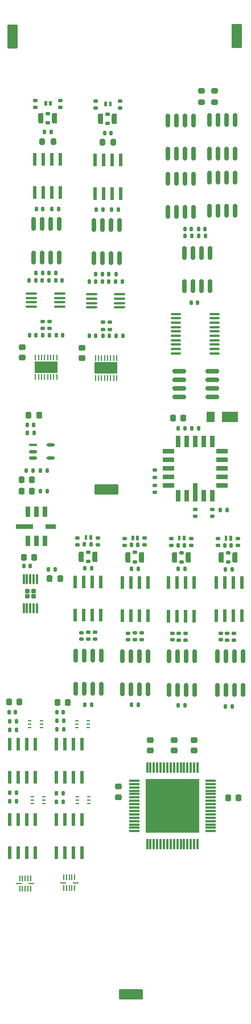
<source format=gbr>
%TF.GenerationSoftware,KiCad,Pcbnew,9.0.4-9.0.4-0~ubuntu22.04.1*%
%TF.CreationDate,2026-01-05T08:42:24-05:00*%
%TF.ProjectId,psc_daughter_brd,7073635f-6461-4756-9768-7465725f6272,rev?*%
%TF.SameCoordinates,Original*%
%TF.FileFunction,Paste,Top*%
%TF.FilePolarity,Positive*%
%FSLAX46Y46*%
G04 Gerber Fmt 4.6, Leading zero omitted, Abs format (unit mm)*
G04 Created by KiCad (PCBNEW 9.0.4-9.0.4-0~ubuntu22.04.1) date 2026-01-05 08:42:24*
%MOMM*%
%LPD*%
G01*
G04 APERTURE LIST*
G04 Aperture macros list*
%AMRoundRect*
0 Rectangle with rounded corners*
0 $1 Rounding radius*
0 $2 $3 $4 $5 $6 $7 $8 $9 X,Y pos of 4 corners*
0 Add a 4 corners polygon primitive as box body*
4,1,4,$2,$3,$4,$5,$6,$7,$8,$9,$2,$3,0*
0 Add four circle primitives for the rounded corners*
1,1,$1+$1,$2,$3*
1,1,$1+$1,$4,$5*
1,1,$1+$1,$6,$7*
1,1,$1+$1,$8,$9*
0 Add four rect primitives between the rounded corners*
20,1,$1+$1,$2,$3,$4,$5,0*
20,1,$1+$1,$4,$5,$6,$7,0*
20,1,$1+$1,$6,$7,$8,$9,0*
20,1,$1+$1,$8,$9,$2,$3,0*%
G04 Aperture macros list end*
%ADD10C,0.000000*%
%ADD11C,0.010000*%
%ADD12R,0.229200X0.804800*%
%ADD13R,3.400001X1.800000*%
%ADD14R,0.685800X2.717800*%
%ADD15R,0.685800X1.701800*%
%ADD16R,1.701800X0.685800*%
%ADD17RoundRect,0.222222X-1.552778X-0.577778X1.552778X-0.577778X1.552778X0.577778X-1.552778X0.577778X0*%
%ADD18RoundRect,0.222222X0.577778X-1.552778X0.577778X1.552778X-0.577778X1.552778X-0.577778X-1.552778X0*%
%ADD19RoundRect,0.225000X-0.225000X-0.250000X0.225000X-0.250000X0.225000X0.250000X-0.225000X0.250000X0*%
%ADD20RoundRect,0.035000X-0.750000X-0.105000X0.750000X-0.105000X0.750000X0.105000X-0.750000X0.105000X0*%
%ADD21RoundRect,0.035000X-0.105000X-0.750000X0.105000X-0.750000X0.105000X0.750000X-0.105000X0.750000X0*%
%ADD22R,8.000000X8.000000*%
%ADD23RoundRect,0.135000X0.135000X0.185000X-0.135000X0.185000X-0.135000X-0.185000X0.135000X-0.185000X0*%
%ADD24R,0.558800X1.981200*%
%ADD25RoundRect,0.140000X-0.140000X-0.170000X0.140000X-0.170000X0.140000X0.170000X-0.140000X0.170000X0*%
%ADD26R,0.600000X1.970000*%
%ADD27RoundRect,0.135000X0.185000X-0.135000X0.185000X0.135000X-0.185000X0.135000X-0.185000X-0.135000X0*%
%ADD28RoundRect,0.190500X-0.190500X-0.571500X0.190500X-0.571500X0.190500X0.571500X-0.190500X0.571500X0*%
%ADD29RoundRect,0.127000X-0.228600X-0.127000X0.228600X-0.127000X0.228600X0.127000X-0.228600X0.127000X0*%
%ADD30RoundRect,0.140000X0.170000X-0.140000X0.170000X0.140000X-0.170000X0.140000X-0.170000X-0.140000X0*%
%ADD31RoundRect,0.135000X-0.185000X0.135000X-0.185000X-0.135000X0.185000X-0.135000X0.185000X0.135000X0*%
%ADD32RoundRect,0.150000X-0.150000X0.825000X-0.150000X-0.825000X0.150000X-0.825000X0.150000X0.825000X0*%
%ADD33RoundRect,0.135000X-0.135000X-0.185000X0.135000X-0.185000X0.135000X0.185000X-0.135000X0.185000X0*%
%ADD34RoundRect,0.140000X0.140000X0.170000X-0.140000X0.170000X-0.140000X-0.170000X0.140000X-0.170000X0*%
%ADD35RoundRect,0.190500X0.190500X0.571500X-0.190500X0.571500X-0.190500X-0.571500X0.190500X-0.571500X0*%
%ADD36RoundRect,0.127000X0.228600X0.127000X-0.228600X0.127000X-0.228600X-0.127000X0.228600X-0.127000X0*%
%ADD37RoundRect,0.100000X-0.712500X-0.100000X0.712500X-0.100000X0.712500X0.100000X-0.712500X0.100000X0*%
%ADD38RoundRect,0.200000X0.200000X0.275000X-0.200000X0.275000X-0.200000X-0.275000X0.200000X-0.275000X0*%
%ADD39R,2.387600X1.498600*%
%ADD40R,1.244600X1.498600*%
%ADD41RoundRect,0.225000X0.250000X-0.225000X0.250000X0.225000X-0.250000X0.225000X-0.250000X-0.225000X0*%
%ADD42R,0.203200X0.863600*%
%ADD43R,0.863600X0.203200*%
%ADD44RoundRect,0.150000X-0.825000X-0.150000X0.825000X-0.150000X0.825000X0.150000X-0.825000X0.150000X0*%
%ADD45RoundRect,0.100000X-0.637500X-0.100000X0.637500X-0.100000X0.637500X0.100000X-0.637500X0.100000X0*%
%ADD46RoundRect,0.200000X0.275000X-0.200000X0.275000X0.200000X-0.275000X0.200000X-0.275000X-0.200000X0*%
%ADD47R,0.609600X0.228600*%
%ADD48RoundRect,0.150000X0.150000X-0.825000X0.150000X0.825000X-0.150000X0.825000X-0.150000X-0.825000X0*%
%ADD49R,1.219200X0.457200*%
%ADD50O,1.219200X0.457200*%
%ADD51RoundRect,0.225000X0.225000X0.250000X-0.225000X0.250000X-0.225000X-0.250000X0.225000X-0.250000X0*%
%ADD52RoundRect,0.170000X0.210000X-0.170000X0.210000X0.170000X-0.210000X0.170000X-0.210000X-0.170000X0*%
%ADD53RoundRect,0.075000X0.075000X-0.650000X0.075000X0.650000X-0.075000X0.650000X-0.075000X-0.650000X0*%
%ADD54R,0.700000X1.500000*%
%ADD55R,1.500000X0.700000*%
%ADD56R,2.500000X0.700000*%
G04 APERTURE END LIST*
D10*
%TO.C,U37*%
G36*
X150221501Y-94900700D02*
G01*
X148721500Y-94900700D01*
X148721500Y-93300700D01*
X150221501Y-93300700D01*
X150221501Y-94900700D01*
G37*
G36*
X148521500Y-94900700D02*
G01*
X147021499Y-94900700D01*
X147021499Y-93300700D01*
X148521500Y-93300700D01*
X148521500Y-94900700D01*
G37*
%TO.C,U31*%
G36*
X159137501Y-95014900D02*
G01*
X157637500Y-95014900D01*
X157637500Y-93414900D01*
X159137501Y-93414900D01*
X159137501Y-95014900D01*
G37*
G36*
X157437500Y-95014900D02*
G01*
X155937499Y-95014900D01*
X155937499Y-93414900D01*
X157437500Y-93414900D01*
X157437500Y-95014900D01*
G37*
D11*
%TO.C,D6*%
X162320000Y-119658150D02*
X162020000Y-119658150D01*
X162020000Y-119058150D01*
X162320000Y-119058150D01*
X162320000Y-119658150D01*
G36*
X162320000Y-119658150D02*
G01*
X162020000Y-119658150D01*
X162020000Y-119058150D01*
X162320000Y-119058150D01*
X162320000Y-119658150D01*
G37*
X161620000Y-119658150D02*
X161320000Y-119658150D01*
X161320000Y-119058150D01*
X161620000Y-119058150D01*
X161620000Y-119658150D01*
G36*
X161620000Y-119658150D02*
G01*
X161320000Y-119658150D01*
X161320000Y-119058150D01*
X161620000Y-119058150D01*
X161620000Y-119658150D01*
G37*
%TO.C,D2*%
X169255000Y-119700000D02*
X168955000Y-119700000D01*
X168955000Y-119100000D01*
X169255000Y-119100000D01*
X169255000Y-119700000D01*
G36*
X169255000Y-119700000D02*
G01*
X168955000Y-119700000D01*
X168955000Y-119100000D01*
X169255000Y-119100000D01*
X169255000Y-119700000D01*
G37*
X168555000Y-119700000D02*
X168255000Y-119700000D01*
X168255000Y-119100000D01*
X168555000Y-119100000D01*
X168555000Y-119700000D01*
G36*
X168555000Y-119700000D02*
G01*
X168255000Y-119700000D01*
X168255000Y-119100000D01*
X168555000Y-119100000D01*
X168555000Y-119700000D01*
G37*
%TO.C,D4*%
X148671500Y-55248300D02*
X148371500Y-55248300D01*
X148371500Y-54648300D01*
X148671500Y-54648300D01*
X148671500Y-55248300D01*
G36*
X148671500Y-55248300D02*
G01*
X148371500Y-55248300D01*
X148371500Y-54648300D01*
X148671500Y-54648300D01*
X148671500Y-55248300D01*
G37*
X149371500Y-55248300D02*
X149071500Y-55248300D01*
X149071500Y-54648300D01*
X149371500Y-54648300D01*
X149371500Y-55248300D01*
G36*
X149371500Y-55248300D02*
G01*
X149071500Y-55248300D01*
X149071500Y-54648300D01*
X149371500Y-54648300D01*
X149371500Y-55248300D01*
G37*
%TO.C,D5*%
X157587500Y-55362500D02*
X157287500Y-55362500D01*
X157287500Y-54762500D01*
X157587500Y-54762500D01*
X157587500Y-55362500D01*
G36*
X157587500Y-55362500D02*
G01*
X157287500Y-55362500D01*
X157287500Y-54762500D01*
X157587500Y-54762500D01*
X157587500Y-55362500D01*
G37*
X158287500Y-55362500D02*
X157987500Y-55362500D01*
X157987500Y-54762500D01*
X158287500Y-54762500D01*
X158287500Y-55362500D01*
G36*
X158287500Y-55362500D02*
G01*
X157987500Y-55362500D01*
X157987500Y-54762500D01*
X158287500Y-54762500D01*
X158287500Y-55362500D01*
G37*
%TO.C,D7*%
X155355000Y-119583150D02*
X155055000Y-119583150D01*
X155055000Y-118983150D01*
X155355000Y-118983150D01*
X155355000Y-119583150D01*
G36*
X155355000Y-119583150D02*
G01*
X155055000Y-119583150D01*
X155055000Y-118983150D01*
X155355000Y-118983150D01*
X155355000Y-119583150D01*
G37*
X154655000Y-119583150D02*
X154355000Y-119583150D01*
X154355000Y-118983150D01*
X154655000Y-118983150D01*
X154655000Y-119583150D01*
G36*
X154655000Y-119583150D02*
G01*
X154355000Y-119583150D01*
X154355000Y-118983150D01*
X154655000Y-118983150D01*
X154655000Y-119583150D01*
G37*
%TO.C,D3*%
X176185000Y-119715000D02*
X175885000Y-119715000D01*
X175885000Y-119115000D01*
X176185000Y-119115000D01*
X176185000Y-119715000D01*
G36*
X176185000Y-119715000D02*
G01*
X175885000Y-119715000D01*
X175885000Y-119115000D01*
X176185000Y-119115000D01*
X176185000Y-119715000D01*
G37*
X175485000Y-119715000D02*
X175185000Y-119715000D01*
X175185000Y-119115000D01*
X175485000Y-119115000D01*
X175485000Y-119715000D01*
G36*
X175485000Y-119715000D02*
G01*
X175185000Y-119715000D01*
X175185000Y-119115000D01*
X175485000Y-119115000D01*
X175485000Y-119715000D01*
G37*
%TD*%
D12*
%TO.C,U37*%
X150196501Y-92648300D03*
X149746502Y-92648300D03*
X149296500Y-92648300D03*
X148846501Y-92648300D03*
X148396499Y-92648300D03*
X147946500Y-92648300D03*
X147496501Y-92648300D03*
X147046499Y-92648300D03*
X147046499Y-95553100D03*
X147496498Y-95553100D03*
X147946500Y-95553100D03*
X148396499Y-95553100D03*
X148846501Y-95553100D03*
X149296500Y-95553100D03*
X149746499Y-95553100D03*
X150196501Y-95553100D03*
D13*
X148621500Y-94100700D03*
%TD*%
D12*
%TO.C,U31*%
X159112501Y-92762500D03*
X158662502Y-92762500D03*
X158212500Y-92762500D03*
X157762501Y-92762500D03*
X157312499Y-92762500D03*
X156862500Y-92762500D03*
X156412501Y-92762500D03*
X155962499Y-92762500D03*
X155962499Y-95667300D03*
X156412498Y-95667300D03*
X156862500Y-95667300D03*
X157312499Y-95667300D03*
X157762501Y-95667300D03*
X158212500Y-95667300D03*
X158662499Y-95667300D03*
X159112501Y-95667300D03*
D13*
X157537500Y-94214900D03*
%TD*%
D14*
%TO.C,U12*%
X170781000Y-112617500D03*
D15*
X172051000Y-113125500D03*
X173321000Y-113125500D03*
D16*
X174781500Y-111665000D03*
X174781500Y-110395000D03*
X174781500Y-109125000D03*
X174781500Y-107855000D03*
X174781500Y-106585000D03*
D15*
X173321000Y-105124500D03*
X172051000Y-105124500D03*
X170781000Y-105124500D03*
X169511000Y-105124500D03*
X168241000Y-105124500D03*
D16*
X166780500Y-106585000D03*
X166780500Y-107855000D03*
X166780500Y-109125000D03*
X166780500Y-110395000D03*
X166780500Y-111665000D03*
D15*
X168241000Y-113125500D03*
X169511000Y-113125500D03*
%TD*%
D17*
%TO.C,TP5*%
X157600000Y-112200000D03*
%TD*%
%TO.C,TP4*%
X161200000Y-187050000D03*
%TD*%
D18*
%TO.C,TP3*%
X177000000Y-45000000D03*
%TD*%
%TO.C,TP2*%
X143600000Y-45100000D03*
%TD*%
D19*
%TO.C,C100*%
X149150000Y-125400000D03*
X150700000Y-125400000D03*
%TD*%
D20*
%TO.C,U13*%
X161730000Y-155380000D03*
X161730000Y-155880000D03*
X161730000Y-156380000D03*
X161730000Y-156880000D03*
X161730000Y-157380000D03*
X161730000Y-157880000D03*
X161730000Y-158380000D03*
X161730000Y-158880000D03*
X161730000Y-159380000D03*
X161730000Y-159880000D03*
X161730000Y-160380000D03*
X161730000Y-160880000D03*
X161730000Y-161380000D03*
X161730000Y-161880000D03*
X161730000Y-162380000D03*
X161730000Y-162880000D03*
D21*
X163650000Y-164800000D03*
X164150000Y-164800000D03*
X164650000Y-164800000D03*
X165150000Y-164800000D03*
X165650000Y-164800000D03*
X166150000Y-164800000D03*
X166650000Y-164800000D03*
X167150000Y-164800000D03*
X167650000Y-164800000D03*
X168150000Y-164800000D03*
X168650000Y-164800000D03*
X169150000Y-164800000D03*
X169650000Y-164800000D03*
X170150000Y-164800000D03*
X170650000Y-164800000D03*
X171150000Y-164800000D03*
D20*
X173070000Y-162880000D03*
X173070000Y-162380000D03*
X173070000Y-161880000D03*
X173070000Y-161380000D03*
X173070000Y-160880000D03*
X173070000Y-160380000D03*
X173070000Y-159880000D03*
X173070000Y-159380000D03*
X173070000Y-158880000D03*
X173070000Y-158380000D03*
X173070000Y-157880000D03*
X173070000Y-157380000D03*
X173070000Y-156880000D03*
X173070000Y-156380000D03*
X173070000Y-155880000D03*
X173070000Y-155380000D03*
D21*
X171150000Y-153460000D03*
X170650000Y-153460000D03*
X170150000Y-153460000D03*
X169650000Y-153460000D03*
X169150000Y-153460000D03*
X168650000Y-153460000D03*
X168150000Y-153460000D03*
X167650000Y-153460000D03*
X167150000Y-153460000D03*
X166650000Y-153460000D03*
X166150000Y-153460000D03*
X165650000Y-153460000D03*
X165150000Y-153460000D03*
X164650000Y-153460000D03*
X164150000Y-153460000D03*
X163650000Y-153460000D03*
D22*
X167400000Y-159130000D03*
%TD*%
D23*
%TO.C,R67*%
X144239100Y-147834100D03*
X143219100Y-147834100D03*
%TD*%
D24*
%TO.C,U40*%
X143240000Y-154913800D03*
X144510000Y-154913800D03*
X145780000Y-154913800D03*
X147050000Y-154913800D03*
X147050000Y-149986200D03*
X145780000Y-149986200D03*
X144510000Y-149986200D03*
X143240000Y-149986200D03*
%TD*%
D19*
%TO.C,C188*%
X143100000Y-143750000D03*
X144650000Y-143750000D03*
%TD*%
D25*
%TO.C,C186*%
X143120000Y-145250000D03*
X144080000Y-145250000D03*
%TD*%
D26*
%TO.C,U16*%
X163735000Y-126008150D03*
X162465000Y-126008150D03*
X161195000Y-126008150D03*
X159925000Y-126008150D03*
X159925000Y-130958150D03*
X161195000Y-130958150D03*
X162465000Y-130958150D03*
X163735000Y-130958150D03*
%TD*%
D27*
%TO.C,R23*%
X163275000Y-120468150D03*
X163275000Y-119448150D03*
%TD*%
D23*
%TO.C,R27*%
X162330000Y-144173150D03*
X161310000Y-144173150D03*
%TD*%
D28*
%TO.C,C105*%
X160795000Y-122258150D03*
X162827000Y-122258150D03*
D29*
X161811000Y-122943950D03*
X161811000Y-121572350D03*
%TD*%
D30*
%TO.C,C85*%
X160830000Y-134473150D03*
X160830000Y-133513150D03*
%TD*%
D27*
%TO.C,R22*%
X160275000Y-120478150D03*
X160275000Y-119458150D03*
%TD*%
D25*
%TO.C,C78*%
X161295000Y-120458150D03*
X162255000Y-120458150D03*
%TD*%
D27*
%TO.C,R25*%
X162830000Y-134493150D03*
X162830000Y-133473150D03*
%TD*%
D31*
%TO.C,R26*%
X161830000Y-133473150D03*
X161830000Y-134493150D03*
%TD*%
D23*
%TO.C,R24*%
X162340000Y-123983150D03*
X161320000Y-123983150D03*
%TD*%
D32*
%TO.C,U17*%
X163770000Y-136923150D03*
X162500000Y-136923150D03*
X161230000Y-136923150D03*
X159960000Y-136923150D03*
X159960000Y-141873150D03*
X161230000Y-141873150D03*
X162500000Y-141873150D03*
X163770000Y-141873150D03*
%TD*%
D26*
%TO.C,U1*%
X170670000Y-126050000D03*
X169400000Y-126050000D03*
X168130000Y-126050000D03*
X166860000Y-126050000D03*
X166860000Y-131000000D03*
X168130000Y-131000000D03*
X169400000Y-131000000D03*
X170670000Y-131000000D03*
%TD*%
D27*
%TO.C,R2*%
X170210000Y-120510000D03*
X170210000Y-119490000D03*
%TD*%
D23*
%TO.C,R6*%
X169265000Y-144215000D03*
X168245000Y-144215000D03*
%TD*%
D28*
%TO.C,C101*%
X167730000Y-122300000D03*
X169762000Y-122300000D03*
D29*
X168746000Y-122985800D03*
X168746000Y-121614200D03*
%TD*%
D30*
%TO.C,C8*%
X167385000Y-134515000D03*
X167385000Y-133555000D03*
%TD*%
D27*
%TO.C,R1*%
X167210000Y-120520000D03*
X167210000Y-119500000D03*
%TD*%
D25*
%TO.C,C1*%
X168230000Y-120500000D03*
X169190000Y-120500000D03*
%TD*%
D27*
%TO.C,R4*%
X169385000Y-134535000D03*
X169385000Y-133515000D03*
%TD*%
D31*
%TO.C,R5*%
X168385000Y-133515000D03*
X168385000Y-134535000D03*
%TD*%
D23*
%TO.C,R3*%
X169275000Y-124025000D03*
X168255000Y-124025000D03*
%TD*%
D32*
%TO.C,U2*%
X170705000Y-136965000D03*
X169435000Y-136965000D03*
X168165000Y-136965000D03*
X166895000Y-136965000D03*
X166895000Y-141915000D03*
X168165000Y-141915000D03*
X169435000Y-141915000D03*
X170705000Y-141915000D03*
%TD*%
D33*
%TO.C,R46*%
X158342500Y-70762500D03*
X159362500Y-70762500D03*
%TD*%
D23*
%TO.C,R62*%
X150076500Y-80148300D03*
X149056500Y-80148300D03*
%TD*%
D34*
%TO.C,C176*%
X149106500Y-89348300D03*
X148146500Y-89348300D03*
%TD*%
D23*
%TO.C,R51*%
X157002500Y-80262500D03*
X155982500Y-80262500D03*
%TD*%
D27*
%TO.C,R65*%
X148146500Y-88358300D03*
X148146500Y-87338300D03*
%TD*%
D23*
%TO.C,R63*%
X148086500Y-80148300D03*
X147066500Y-80148300D03*
%TD*%
D27*
%TO.C,R64*%
X149146500Y-88358300D03*
X149146500Y-87338300D03*
%TD*%
D34*
%TO.C,C151*%
X149346500Y-59248300D03*
X148386500Y-59248300D03*
%TD*%
D27*
%TO.C,R43*%
X155962500Y-55662500D03*
X155962500Y-54642500D03*
%TD*%
D34*
%TO.C,C134*%
X155982500Y-81362500D03*
X155022500Y-81362500D03*
%TD*%
D27*
%TO.C,R54*%
X150746500Y-55548300D03*
X150746500Y-54528300D03*
%TD*%
D35*
%TO.C,C38*%
X158778500Y-57276700D03*
X156746500Y-57276700D03*
D36*
X157762500Y-56590900D03*
X157762500Y-57962500D03*
%TD*%
D35*
%TO.C,C35*%
X149862500Y-57162500D03*
X147830500Y-57162500D03*
D36*
X148846500Y-56476700D03*
X148846500Y-57848300D03*
%TD*%
D37*
%TO.C,U30*%
X155350000Y-83287500D03*
X155350000Y-83937500D03*
X155350000Y-84587500D03*
X155350000Y-85237500D03*
X159575000Y-85237500D03*
X159575000Y-84587500D03*
X159575000Y-83937500D03*
X159575000Y-83287500D03*
%TD*%
D34*
%TO.C,C140*%
X160022500Y-89462500D03*
X159062500Y-89462500D03*
%TD*%
D27*
%TO.C,R52*%
X158062500Y-88472500D03*
X158062500Y-87452500D03*
%TD*%
%TO.C,R53*%
X157062500Y-88472500D03*
X157062500Y-87452500D03*
%TD*%
D26*
%TO.C,U33*%
X150756494Y-63268300D03*
X149486494Y-63268300D03*
X148216494Y-63268300D03*
X146946494Y-63268300D03*
X146946494Y-68218300D03*
X148216494Y-68218300D03*
X149486494Y-68218300D03*
X150756494Y-68218300D03*
%TD*%
D34*
%TO.C,C167*%
X151026500Y-81248300D03*
X150066500Y-81248300D03*
%TD*%
%TO.C,C133*%
X157942500Y-81362500D03*
X156982500Y-81362500D03*
%TD*%
%TO.C,C169*%
X147066500Y-81248300D03*
X146106500Y-81248300D03*
%TD*%
D37*
%TO.C,U36*%
X146434000Y-83173300D03*
X146434000Y-83823300D03*
X146434000Y-84473300D03*
X146434000Y-85123300D03*
X150659000Y-85123300D03*
X150659000Y-84473300D03*
X150659000Y-83823300D03*
X150659000Y-83173300D03*
%TD*%
D32*
%TO.C,U34*%
X150606497Y-72863500D03*
X149336497Y-72863500D03*
X148066497Y-72863500D03*
X146796497Y-72863500D03*
X146796497Y-77813500D03*
X148066497Y-77813500D03*
X149336497Y-77813500D03*
X150606497Y-77813500D03*
%TD*%
D27*
%TO.C,R55*%
X147046500Y-55548300D03*
X147046500Y-54528300D03*
%TD*%
D34*
%TO.C,C132*%
X159942500Y-81362500D03*
X158982500Y-81362500D03*
%TD*%
D26*
%TO.C,U27*%
X159672494Y-63382500D03*
X158402494Y-63382500D03*
X157132494Y-63382500D03*
X155862494Y-63382500D03*
X155862494Y-68332500D03*
X157132494Y-68332500D03*
X158402494Y-68332500D03*
X159672494Y-68332500D03*
%TD*%
D34*
%TO.C,C141*%
X158022500Y-89462500D03*
X157062500Y-89462500D03*
%TD*%
D38*
%TO.C,R36*%
X158612500Y-60762500D03*
X156962500Y-60762500D03*
%TD*%
%TO.C,R56*%
X149696500Y-60648300D03*
X148046500Y-60648300D03*
%TD*%
D32*
%TO.C,U28*%
X159522497Y-72977700D03*
X158252497Y-72977700D03*
X156982497Y-72977700D03*
X155712497Y-72977700D03*
X155712497Y-77927700D03*
X156982497Y-77927700D03*
X158252497Y-77927700D03*
X159522497Y-77927700D03*
%TD*%
D23*
%TO.C,R50*%
X158992500Y-80262500D03*
X157972500Y-80262500D03*
%TD*%
D34*
%TO.C,C175*%
X151106500Y-89348300D03*
X150146500Y-89348300D03*
%TD*%
D27*
%TO.C,R42*%
X159662500Y-55662500D03*
X159662500Y-54642500D03*
%TD*%
D34*
%TO.C,C177*%
X147106500Y-89348300D03*
X146146500Y-89348300D03*
%TD*%
D33*
%TO.C,R58*%
X149426500Y-70648300D03*
X150446500Y-70648300D03*
%TD*%
D34*
%TO.C,C159*%
X148146500Y-70648300D03*
X147186500Y-70648300D03*
%TD*%
%TO.C,C116*%
X158262500Y-59362500D03*
X157302500Y-59362500D03*
%TD*%
%TO.C,C124*%
X157062500Y-70762500D03*
X156102500Y-70762500D03*
%TD*%
%TO.C,C168*%
X149026500Y-81248300D03*
X148066500Y-81248300D03*
%TD*%
%TO.C,C142*%
X156022500Y-89462500D03*
X155062500Y-89462500D03*
%TD*%
D28*
%TO.C,C107*%
X153830000Y-122183150D03*
X155862000Y-122183150D03*
D29*
X154846000Y-122868950D03*
X154846000Y-121497350D03*
%TD*%
D28*
%TO.C,C103*%
X174685000Y-122300800D03*
X176717000Y-122300800D03*
D29*
X175701000Y-122986600D03*
X175701000Y-121615000D03*
%TD*%
D39*
%TO.C,D1*%
X175930900Y-101500000D03*
D40*
X173069100Y-101500000D03*
%TD*%
D24*
%TO.C,U39*%
X143240000Y-166063800D03*
X144510000Y-166063800D03*
X145780000Y-166063800D03*
X147050000Y-166063800D03*
X147050000Y-161136200D03*
X145780000Y-161136200D03*
X144510000Y-161136200D03*
X143240000Y-161136200D03*
%TD*%
D23*
%TO.C,R60*%
X146660000Y-109400000D03*
X145640000Y-109400000D03*
%TD*%
D26*
%TO.C,U14*%
X177745000Y-126015000D03*
X176475000Y-126015000D03*
X175205000Y-126015000D03*
X173935000Y-126015000D03*
X173935000Y-130965000D03*
X175205000Y-130965000D03*
X176475000Y-130965000D03*
X177745000Y-130965000D03*
%TD*%
D32*
%TO.C,U19*%
X156805000Y-136848150D03*
X155535000Y-136848150D03*
X154265000Y-136848150D03*
X152995000Y-136848150D03*
X152995000Y-141798150D03*
X154265000Y-141798150D03*
X155535000Y-141798150D03*
X156805000Y-141798150D03*
%TD*%
D41*
%TO.C,C60*%
X170650000Y-150930000D03*
X170650000Y-149380000D03*
%TD*%
D23*
%TO.C,R72*%
X151150000Y-157250000D03*
X150130000Y-157250000D03*
%TD*%
%TO.C,R21*%
X176345000Y-144365000D03*
X175325000Y-144365000D03*
%TD*%
D41*
%TO.C,C62*%
X159340000Y-157835000D03*
X159340000Y-156285000D03*
%TD*%
D23*
%TO.C,R33*%
X155365000Y-144098150D03*
X154345000Y-144098150D03*
%TD*%
%TO.C,R71*%
X151209100Y-147750001D03*
X150189100Y-147750001D03*
%TD*%
D33*
%TO.C,R59*%
X147800000Y-109450000D03*
X148820000Y-109450000D03*
%TD*%
D25*
%TO.C,C50*%
X170321000Y-103125000D03*
X171281000Y-103125000D03*
%TD*%
D31*
%TO.C,R12*%
X164781000Y-109380000D03*
X164781000Y-110400000D03*
%TD*%
D42*
%TO.C,U41*%
X152863801Y-169741200D03*
X152463799Y-169741200D03*
X152063800Y-169741200D03*
X151663801Y-169741200D03*
X151263799Y-169741200D03*
D43*
X151136700Y-170515900D03*
D42*
X151263799Y-171290600D03*
X151663801Y-171290600D03*
X152063800Y-171290600D03*
X152463799Y-171290600D03*
X152863801Y-171290600D03*
D43*
X152990900Y-170515900D03*
%TD*%
D44*
%TO.C,U3*%
X168401000Y-94720000D03*
X168401000Y-95990000D03*
X168401000Y-97260000D03*
X168401000Y-98530000D03*
X173351000Y-98530000D03*
X173351000Y-97260000D03*
X173351000Y-95990000D03*
X173351000Y-94720000D03*
%TD*%
D25*
%TO.C,C88*%
X154330000Y-120383150D03*
X155290000Y-120383150D03*
%TD*%
D31*
%TO.C,R32*%
X154865000Y-133398150D03*
X154865000Y-134418150D03*
%TD*%
D45*
%TO.C,U5*%
X167918500Y-86200000D03*
X167918500Y-86850000D03*
X167918500Y-87500000D03*
X167918500Y-88150000D03*
X167918500Y-88800000D03*
X167918500Y-89450000D03*
X167918500Y-90100000D03*
X167918500Y-90750000D03*
X167918500Y-91400000D03*
X167918500Y-92050000D03*
X173643500Y-92050000D03*
X173643500Y-91400000D03*
X173643500Y-90750000D03*
X173643500Y-90100000D03*
X173643500Y-89450000D03*
X173643500Y-88800000D03*
X173643500Y-88150000D03*
X173643500Y-87500000D03*
X173643500Y-86850000D03*
X173643500Y-86200000D03*
%TD*%
D46*
%TO.C,R10*%
X173700997Y-54790000D03*
X173700997Y-53140000D03*
%TD*%
D27*
%TO.C,R11*%
X170800000Y-116200000D03*
X170800000Y-115180000D03*
%TD*%
D23*
%TO.C,R66*%
X144220000Y-158450000D03*
X143200000Y-158450000D03*
%TD*%
D47*
%TO.C,CR6*%
X146198200Y-146550000D03*
X146198200Y-147049999D03*
X146198200Y-147549998D03*
X147900000Y-147549998D03*
X147900000Y-147049999D03*
X147900000Y-146550000D03*
%TD*%
D23*
%TO.C,R30*%
X155375000Y-123908150D03*
X154355000Y-123908150D03*
%TD*%
D42*
%TO.C,U38*%
X144700000Y-171400000D03*
X145100002Y-171400000D03*
X145500001Y-171400000D03*
X145900000Y-171400000D03*
X146300002Y-171400000D03*
D43*
X146427101Y-170625300D03*
D42*
X146300002Y-169850600D03*
X145900000Y-169850600D03*
X145500001Y-169850600D03*
X145100002Y-169850600D03*
X144700000Y-169850600D03*
D43*
X144572901Y-170625300D03*
%TD*%
D27*
%TO.C,R29*%
X156310000Y-120393150D03*
X156310000Y-119373150D03*
%TD*%
D30*
%TO.C,C75*%
X174585000Y-134525000D03*
X174585000Y-133565000D03*
%TD*%
D33*
%TO.C,R61*%
X145790000Y-103850000D03*
X146810000Y-103850000D03*
%TD*%
D48*
%TO.C,U10*%
X172890997Y-62415000D03*
X174160997Y-62415000D03*
X175430997Y-62415000D03*
X176700997Y-62415000D03*
X176700997Y-57465000D03*
X175430997Y-57465000D03*
X174160997Y-57465000D03*
X172890997Y-57465000D03*
%TD*%
D27*
%TO.C,R19*%
X176585000Y-134555000D03*
X176585000Y-133535000D03*
%TD*%
D23*
%TO.C,R68*%
X144230000Y-157200000D03*
X143210000Y-157200000D03*
%TD*%
D49*
%TO.C,U35*%
X146660000Y-105649998D03*
D50*
X146660000Y-106599999D03*
X146660000Y-107550000D03*
X149280000Y-107550000D03*
X149280000Y-105649998D03*
%TD*%
D48*
%TO.C,U11*%
X166770997Y-62465000D03*
X168040997Y-62465000D03*
X169310997Y-62465000D03*
X170580997Y-62465000D03*
X170580997Y-57515000D03*
X169310997Y-57515000D03*
X168040997Y-57515000D03*
X166770997Y-57515000D03*
%TD*%
D27*
%TO.C,R31*%
X155865000Y-134418150D03*
X155865000Y-133398150D03*
%TD*%
D47*
%TO.C,CR7*%
X153279100Y-157765900D03*
X153279100Y-158265899D03*
X153279100Y-158765898D03*
X154980900Y-158765898D03*
X154980900Y-158265899D03*
X154980900Y-157765900D03*
%TD*%
D41*
%TO.C,C61*%
X164150000Y-150905000D03*
X164150000Y-149355000D03*
%TD*%
D25*
%TO.C,C170*%
X145790000Y-102650003D03*
X146750000Y-102650003D03*
%TD*%
D34*
%TO.C,C51*%
X169261000Y-103125000D03*
X168301000Y-103125000D03*
%TD*%
D48*
%TO.C,U6*%
X169158497Y-82100000D03*
X170428497Y-82100000D03*
X171698497Y-82100000D03*
X172968497Y-82100000D03*
X172968497Y-77150000D03*
X171698497Y-77150000D03*
X170428497Y-77150000D03*
X169158497Y-77150000D03*
%TD*%
D27*
%TO.C,R13*%
X173375000Y-116235000D03*
X173375000Y-115215000D03*
%TD*%
D51*
%TO.C,C153*%
X146510000Y-112450000D03*
X144960000Y-112450000D03*
%TD*%
D48*
%TO.C,U7*%
X172941500Y-70940000D03*
X174211500Y-70940000D03*
X175481500Y-70940000D03*
X176751500Y-70940000D03*
X176751500Y-65990000D03*
X175481500Y-65990000D03*
X174211500Y-65990000D03*
X172941500Y-65990000D03*
%TD*%
D52*
%TO.C,U20*%
X145810000Y-128090000D03*
X146750000Y-128090000D03*
X145810000Y-127250000D03*
X146750000Y-127250000D03*
D53*
X145280000Y-129820000D03*
X145780000Y-129820000D03*
X146280000Y-129820000D03*
X146780000Y-129820000D03*
X147280000Y-129820000D03*
X147280000Y-125520000D03*
X146780000Y-125520000D03*
X146280000Y-125520000D03*
X145780000Y-125520000D03*
X145280000Y-125520000D03*
%TD*%
D24*
%TO.C,U43*%
X150160000Y-154913800D03*
X151430000Y-154913800D03*
X152700000Y-154913800D03*
X153970000Y-154913800D03*
X153970000Y-149986200D03*
X152700000Y-149986200D03*
X151430000Y-149986200D03*
X150160000Y-149986200D03*
%TD*%
D31*
%TO.C,R20*%
X175585000Y-133545000D03*
X175585000Y-134565000D03*
%TD*%
D47*
%TO.C,CR5*%
X146550000Y-157750002D03*
X146550000Y-158250001D03*
X146550000Y-158750000D03*
X148251800Y-158750000D03*
X148251800Y-158250001D03*
X148251800Y-157750002D03*
%TD*%
D23*
%TO.C,R70*%
X151150000Y-158500000D03*
X150130000Y-158500000D03*
%TD*%
D27*
%TO.C,R28*%
X153310000Y-120403150D03*
X153310000Y-119383150D03*
%TD*%
D25*
%TO.C,C27*%
X169291000Y-73625000D03*
X170251000Y-73625000D03*
%TD*%
D46*
%TO.C,R9*%
X171700997Y-54790000D03*
X171700997Y-53140000D03*
%TD*%
D51*
%TO.C,C160*%
X146510000Y-110800000D03*
X144960000Y-110800000D03*
%TD*%
D24*
%TO.C,U42*%
X150160000Y-166063800D03*
X151430000Y-166063800D03*
X152700000Y-166063800D03*
X153970000Y-166063800D03*
X153970000Y-161136200D03*
X152700000Y-161136200D03*
X151430000Y-161136200D03*
X150160000Y-161136200D03*
%TD*%
D31*
%TO.C,R15*%
X164781000Y-111625000D03*
X164781000Y-112645000D03*
%TD*%
D23*
%TO.C,R34*%
X150010000Y-124075000D03*
X148990000Y-124075000D03*
%TD*%
D34*
%TO.C,C21*%
X171143500Y-84565200D03*
X170183500Y-84565200D03*
%TD*%
D25*
%TO.C,C26*%
X171281000Y-73625000D03*
X172241000Y-73625000D03*
%TD*%
D51*
%TO.C,C52*%
X169056000Y-101625000D03*
X167506000Y-101625000D03*
%TD*%
D23*
%TO.C,R69*%
X144189100Y-146584100D03*
X143169100Y-146584100D03*
%TD*%
D54*
%TO.C,U32*%
X145870000Y-119850000D03*
X147140000Y-119850000D03*
X148410000Y-119850000D03*
D55*
X149290000Y-117700000D03*
D54*
X148410000Y-115550000D03*
X147140000Y-115550000D03*
X145870000Y-115550000D03*
D56*
X145390000Y-117700000D03*
%TD*%
D23*
%TO.C,R73*%
X151209100Y-146500001D03*
X150189100Y-146500001D03*
%TD*%
D25*
%TO.C,C148*%
X145320000Y-123575000D03*
X146280000Y-123575000D03*
%TD*%
D30*
%TO.C,C95*%
X153865000Y-134398150D03*
X153865000Y-133438150D03*
%TD*%
D19*
%TO.C,C147*%
X145325000Y-122275000D03*
X146875000Y-122275000D03*
%TD*%
D47*
%TO.C,CR8*%
X153150000Y-146500002D03*
X153150000Y-147000001D03*
X153150000Y-147500000D03*
X154851800Y-147500000D03*
X154851800Y-147000001D03*
X154851800Y-146500002D03*
%TD*%
D23*
%TO.C,R18*%
X176345000Y-124065000D03*
X175325000Y-124065000D03*
%TD*%
D41*
%TO.C,C155*%
X153950000Y-92775000D03*
X153950000Y-91225000D03*
%TD*%
D27*
%TO.C,R17*%
X177185000Y-120535000D03*
X177185000Y-119515000D03*
%TD*%
D41*
%TO.C,C63*%
X167650000Y-150905000D03*
X167650000Y-149355000D03*
%TD*%
D19*
%TO.C,C166*%
X146015000Y-101250001D03*
X147565000Y-101250001D03*
%TD*%
D26*
%TO.C,U18*%
X156770000Y-125933150D03*
X155500000Y-125933150D03*
X154230000Y-125933150D03*
X152960000Y-125933150D03*
X152960000Y-130883150D03*
X154230000Y-130883150D03*
X155500000Y-130883150D03*
X156770000Y-130883150D03*
%TD*%
D23*
%TO.C,R8*%
X170301000Y-74625000D03*
X169281000Y-74625000D03*
%TD*%
%TO.C,R14*%
X175525000Y-115250000D03*
X174505000Y-115250000D03*
%TD*%
%TO.C,R57*%
X148830000Y-112500000D03*
X147810000Y-112500000D03*
%TD*%
D32*
%TO.C,U15*%
X177890000Y-136965000D03*
X176620000Y-136965000D03*
X175350000Y-136965000D03*
X174080000Y-136965000D03*
X174080000Y-141915000D03*
X175350000Y-141915000D03*
X176620000Y-141915000D03*
X177890000Y-141915000D03*
%TD*%
D41*
%TO.C,C157*%
X145100000Y-92650000D03*
X145100000Y-91100000D03*
%TD*%
D48*
%TO.C,U9*%
X166770997Y-71075000D03*
X168040997Y-71075000D03*
X169310997Y-71075000D03*
X170580997Y-71075000D03*
X170580997Y-66125000D03*
X169310997Y-66125000D03*
X168040997Y-66125000D03*
X166770997Y-66125000D03*
%TD*%
D27*
%TO.C,R16*%
X174185000Y-120535000D03*
X174185000Y-119515000D03*
%TD*%
D19*
%TO.C,C59*%
X175700000Y-157930000D03*
X177250000Y-157930000D03*
%TD*%
D23*
%TO.C,R7*%
X172291000Y-74625000D03*
X171271000Y-74625000D03*
%TD*%
D25*
%TO.C,C68*%
X175205000Y-120515000D03*
X176165000Y-120515000D03*
%TD*%
D19*
%TO.C,C195*%
X150300000Y-143800000D03*
X151850000Y-143800000D03*
%TD*%
D25*
%TO.C,C193*%
X150240000Y-145250000D03*
X151200000Y-145250000D03*
%TD*%
M02*

</source>
